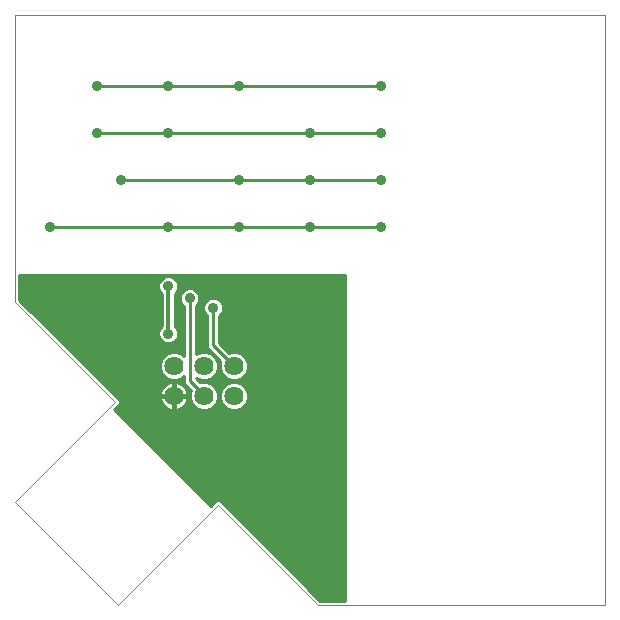
<source format=gbl>
G75*
%MOIN*%
%OFA0B0*%
%FSLAX25Y25*%
%IPPOS*%
%LPD*%
%AMOC8*
5,1,8,0,0,1.08239X$1,22.5*
%
%ADD10C,0.00000*%
%ADD11C,0.06400*%
%ADD12C,0.03562*%
%ADD13C,0.01000*%
%ADD14C,0.06496*%
%ADD15C,0.01200*%
D10*
X0007833Y0042085D02*
X0041297Y0075549D01*
X0007833Y0109014D01*
X0007833Y0204683D01*
X0204683Y0204683D01*
X0204683Y0007833D01*
X0109014Y0007833D01*
X0075549Y0041297D01*
X0042085Y0007833D01*
X0007833Y0042085D01*
D11*
X0060825Y0077636D03*
X0070825Y0077636D03*
X0080825Y0077636D03*
X0080825Y0087636D03*
X0070825Y0087636D03*
X0060825Y0087636D03*
D12*
X0059014Y0098384D03*
X0066101Y0110195D03*
X0073975Y0107046D03*
X0078699Y0114132D03*
X0059014Y0114132D03*
X0059014Y0133817D03*
X0043266Y0149565D03*
X0035392Y0165313D03*
X0035392Y0181061D03*
X0059014Y0181061D03*
X0059014Y0165313D03*
X0082636Y0149565D03*
X0082636Y0133817D03*
X0106258Y0133817D03*
X0106258Y0149565D03*
X0106258Y0165313D03*
X0082636Y0181061D03*
X0129880Y0181061D03*
X0129880Y0165313D03*
X0129880Y0149565D03*
X0129880Y0133817D03*
X0108227Y0086573D03*
X0019644Y0133817D03*
D13*
X0059014Y0133817D01*
X0082636Y0133817D01*
X0106258Y0133817D01*
X0129880Y0133817D01*
X0129880Y0149565D02*
X0106258Y0149565D01*
X0098384Y0149565D01*
X0082636Y0149565D01*
X0043266Y0149565D01*
X0043069Y0149565D01*
X0035392Y0165313D02*
X0059014Y0165313D01*
X0106258Y0165313D01*
X0129880Y0165313D01*
X0129880Y0181061D02*
X0082636Y0181061D01*
X0059014Y0181061D01*
X0035392Y0181061D01*
X0058361Y0117413D02*
X0057155Y0116914D01*
X0056232Y0115991D01*
X0055733Y0114785D01*
X0055733Y0113479D01*
X0056232Y0112274D01*
X0056914Y0111592D01*
X0056914Y0100924D01*
X0056232Y0100243D01*
X0055733Y0099037D01*
X0055733Y0097731D01*
X0056232Y0096526D01*
X0057155Y0095603D01*
X0058361Y0095103D01*
X0059667Y0095103D01*
X0060873Y0095603D01*
X0061796Y0096526D01*
X0062295Y0097731D01*
X0062295Y0099037D01*
X0061796Y0100243D01*
X0061114Y0100924D01*
X0061114Y0111592D01*
X0061796Y0112274D01*
X0062295Y0113479D01*
X0062295Y0114785D01*
X0061796Y0115991D01*
X0060873Y0116914D01*
X0059667Y0117413D01*
X0058361Y0117413D01*
X0056912Y0116671D02*
X0009333Y0116671D01*
X0009333Y0117669D02*
X0118069Y0117669D01*
X0118069Y0118069D02*
X0009333Y0118069D01*
X0009333Y0109635D01*
X0042797Y0076171D01*
X0042797Y0074928D01*
X0041919Y0074049D01*
X0041919Y0074049D01*
X0040980Y0073111D01*
X0073111Y0040980D01*
X0074049Y0041919D01*
X0074049Y0041919D01*
X0074928Y0042797D01*
X0076171Y0042797D01*
X0109635Y0009333D01*
X0118069Y0009333D01*
X0118069Y0118069D01*
X0118069Y0116671D02*
X0061116Y0116671D01*
X0061928Y0115672D02*
X0118069Y0115672D01*
X0118069Y0114674D02*
X0062295Y0114674D01*
X0062295Y0113675D02*
X0118069Y0113675D01*
X0118069Y0112677D02*
X0068259Y0112677D01*
X0067959Y0112977D02*
X0066753Y0113476D01*
X0065448Y0113476D01*
X0064242Y0112977D01*
X0063319Y0112054D01*
X0062820Y0110848D01*
X0062820Y0109542D01*
X0063319Y0108337D01*
X0064101Y0107555D01*
X0064101Y0091007D01*
X0063487Y0091621D01*
X0061760Y0092336D01*
X0059890Y0092336D01*
X0058163Y0091621D01*
X0056841Y0090298D01*
X0056125Y0088571D01*
X0056125Y0086701D01*
X0056841Y0084974D01*
X0058163Y0083652D01*
X0059890Y0082936D01*
X0061760Y0082936D01*
X0063487Y0083652D01*
X0064101Y0084265D01*
X0064101Y0081808D01*
X0065272Y0080636D01*
X0066480Y0079428D01*
X0066125Y0078571D01*
X0066125Y0076701D01*
X0066841Y0074974D01*
X0068163Y0073652D01*
X0069890Y0072936D01*
X0071760Y0072936D01*
X0073487Y0073652D01*
X0074810Y0074974D01*
X0075525Y0076701D01*
X0075525Y0078571D01*
X0074810Y0080298D01*
X0073487Y0081621D01*
X0071760Y0082336D01*
X0069890Y0082336D01*
X0069423Y0082142D01*
X0068101Y0083464D01*
X0068101Y0083714D01*
X0068163Y0083652D01*
X0069890Y0082936D01*
X0071760Y0082936D01*
X0073487Y0083652D01*
X0074810Y0084974D01*
X0075525Y0086701D01*
X0075525Y0088571D01*
X0074810Y0090298D01*
X0073487Y0091621D01*
X0071760Y0092336D01*
X0069890Y0092336D01*
X0068163Y0091621D01*
X0068101Y0091558D01*
X0068101Y0107555D01*
X0068882Y0108337D01*
X0069382Y0109542D01*
X0069382Y0110848D01*
X0068882Y0112054D01*
X0067959Y0112977D01*
X0069038Y0111678D02*
X0118069Y0111678D01*
X0118069Y0110680D02*
X0069382Y0110680D01*
X0069382Y0109681D02*
X0071970Y0109681D01*
X0072116Y0109827D02*
X0071193Y0108904D01*
X0070694Y0107698D01*
X0070694Y0106393D01*
X0071193Y0105187D01*
X0071975Y0104405D01*
X0071975Y0093658D01*
X0076399Y0089233D01*
X0076125Y0088571D01*
X0076125Y0086701D01*
X0076841Y0084974D01*
X0078163Y0083652D01*
X0079890Y0082936D01*
X0081760Y0082936D01*
X0083487Y0083652D01*
X0084810Y0084974D01*
X0085525Y0086701D01*
X0085525Y0088571D01*
X0084810Y0090298D01*
X0083487Y0091621D01*
X0081760Y0092336D01*
X0079890Y0092336D01*
X0079228Y0092062D01*
X0075975Y0095315D01*
X0075975Y0104405D01*
X0076756Y0105187D01*
X0077256Y0106393D01*
X0077256Y0107698D01*
X0076756Y0108904D01*
X0075833Y0109827D01*
X0074627Y0110327D01*
X0073322Y0110327D01*
X0072116Y0109827D01*
X0071101Y0108683D02*
X0069026Y0108683D01*
X0068230Y0107684D02*
X0070694Y0107684D01*
X0070694Y0106686D02*
X0068101Y0106686D01*
X0068101Y0105687D02*
X0070986Y0105687D01*
X0071691Y0104689D02*
X0068101Y0104689D01*
X0068101Y0103690D02*
X0071975Y0103690D01*
X0071975Y0102691D02*
X0068101Y0102691D01*
X0068101Y0101693D02*
X0071975Y0101693D01*
X0071975Y0100694D02*
X0068101Y0100694D01*
X0068101Y0099696D02*
X0071975Y0099696D01*
X0071975Y0098697D02*
X0068101Y0098697D01*
X0068101Y0097699D02*
X0071975Y0097699D01*
X0071975Y0096700D02*
X0068101Y0096700D01*
X0068101Y0095702D02*
X0071975Y0095702D01*
X0071975Y0094703D02*
X0068101Y0094703D01*
X0068101Y0093705D02*
X0071975Y0093705D01*
X0072926Y0092706D02*
X0068101Y0092706D01*
X0068101Y0091708D02*
X0068374Y0091708D01*
X0064101Y0091708D02*
X0063277Y0091708D01*
X0064101Y0092706D02*
X0026262Y0092706D01*
X0027260Y0091708D02*
X0058374Y0091708D01*
X0057252Y0090709D02*
X0028259Y0090709D01*
X0029257Y0089711D02*
X0056597Y0089711D01*
X0056184Y0088712D02*
X0030256Y0088712D01*
X0031254Y0087714D02*
X0056125Y0087714D01*
X0056125Y0086715D02*
X0032253Y0086715D01*
X0033251Y0085717D02*
X0056533Y0085717D01*
X0057096Y0084718D02*
X0034250Y0084718D01*
X0035248Y0083720D02*
X0058095Y0083720D01*
X0059021Y0081992D02*
X0058362Y0081656D01*
X0057763Y0081221D01*
X0057240Y0080698D01*
X0056805Y0080099D01*
X0056469Y0079440D01*
X0056241Y0078737D01*
X0056128Y0078022D01*
X0060439Y0078022D01*
X0060439Y0077250D01*
X0061211Y0077250D01*
X0061211Y0072939D01*
X0061926Y0073052D01*
X0062629Y0073280D01*
X0063288Y0073616D01*
X0063887Y0074051D01*
X0064410Y0074574D01*
X0064845Y0075173D01*
X0065181Y0075832D01*
X0065409Y0076535D01*
X0065523Y0077250D01*
X0061211Y0077250D01*
X0061211Y0078022D01*
X0065523Y0078022D01*
X0065409Y0078737D01*
X0065181Y0079440D01*
X0064845Y0080099D01*
X0064410Y0080698D01*
X0063887Y0081221D01*
X0063288Y0081656D01*
X0062629Y0081992D01*
X0061926Y0082220D01*
X0061211Y0082334D01*
X0061211Y0078022D01*
X0060439Y0078022D01*
X0060439Y0082334D01*
X0059724Y0082220D01*
X0059021Y0081992D01*
X0058493Y0081723D02*
X0037245Y0081723D01*
X0036247Y0082721D02*
X0064101Y0082721D01*
X0064101Y0083720D02*
X0063556Y0083720D01*
X0063157Y0081723D02*
X0064186Y0081723D01*
X0064384Y0080724D02*
X0065184Y0080724D01*
X0065035Y0079726D02*
X0066183Y0079726D01*
X0066190Y0078727D02*
X0065411Y0078727D01*
X0066125Y0077729D02*
X0061211Y0077729D01*
X0060439Y0077729D02*
X0041240Y0077729D01*
X0042238Y0076730D02*
X0056210Y0076730D01*
X0056241Y0076535D02*
X0056469Y0075832D01*
X0056805Y0075173D01*
X0057240Y0074574D01*
X0057763Y0074051D01*
X0058362Y0073616D01*
X0059021Y0073280D01*
X0059724Y0073052D01*
X0060439Y0072939D01*
X0060439Y0077250D01*
X0056128Y0077250D01*
X0056241Y0076535D01*
X0056520Y0075732D02*
X0042797Y0075732D01*
X0042603Y0074733D02*
X0057125Y0074733D01*
X0058199Y0073735D02*
X0041604Y0073735D01*
X0041355Y0072736D02*
X0118069Y0072736D01*
X0118069Y0071738D02*
X0042353Y0071738D01*
X0043352Y0070739D02*
X0118069Y0070739D01*
X0118069Y0069741D02*
X0044350Y0069741D01*
X0045349Y0068742D02*
X0118069Y0068742D01*
X0118069Y0067744D02*
X0046347Y0067744D01*
X0047346Y0066745D02*
X0118069Y0066745D01*
X0118069Y0065747D02*
X0048344Y0065747D01*
X0049343Y0064748D02*
X0118069Y0064748D01*
X0118069Y0063750D02*
X0050341Y0063750D01*
X0051340Y0062751D02*
X0118069Y0062751D01*
X0118069Y0061753D02*
X0052338Y0061753D01*
X0053337Y0060754D02*
X0118069Y0060754D01*
X0118069Y0059756D02*
X0054336Y0059756D01*
X0055334Y0058757D02*
X0118069Y0058757D01*
X0118069Y0057758D02*
X0056333Y0057758D01*
X0057331Y0056760D02*
X0118069Y0056760D01*
X0118069Y0055761D02*
X0058330Y0055761D01*
X0059328Y0054763D02*
X0118069Y0054763D01*
X0118069Y0053764D02*
X0060327Y0053764D01*
X0061325Y0052766D02*
X0118069Y0052766D01*
X0118069Y0051767D02*
X0062324Y0051767D01*
X0063322Y0050769D02*
X0118069Y0050769D01*
X0118069Y0049770D02*
X0064321Y0049770D01*
X0065319Y0048772D02*
X0118069Y0048772D01*
X0118069Y0047773D02*
X0066318Y0047773D01*
X0067316Y0046775D02*
X0118069Y0046775D01*
X0118069Y0045776D02*
X0068315Y0045776D01*
X0069313Y0044778D02*
X0118069Y0044778D01*
X0118069Y0043779D02*
X0070312Y0043779D01*
X0071310Y0042781D02*
X0074911Y0042781D01*
X0076187Y0042781D02*
X0118069Y0042781D01*
X0118069Y0041782D02*
X0077186Y0041782D01*
X0078184Y0040784D02*
X0118069Y0040784D01*
X0118069Y0039785D02*
X0079183Y0039785D01*
X0080181Y0038787D02*
X0118069Y0038787D01*
X0118069Y0037788D02*
X0081180Y0037788D01*
X0082179Y0036790D02*
X0118069Y0036790D01*
X0118069Y0035791D02*
X0083177Y0035791D01*
X0084176Y0034793D02*
X0118069Y0034793D01*
X0118069Y0033794D02*
X0085174Y0033794D01*
X0086173Y0032796D02*
X0118069Y0032796D01*
X0118069Y0031797D02*
X0087171Y0031797D01*
X0088170Y0030799D02*
X0118069Y0030799D01*
X0118069Y0029800D02*
X0089168Y0029800D01*
X0090167Y0028802D02*
X0118069Y0028802D01*
X0118069Y0027803D02*
X0091165Y0027803D01*
X0092164Y0026805D02*
X0118069Y0026805D01*
X0118069Y0025806D02*
X0093162Y0025806D01*
X0094161Y0024808D02*
X0118069Y0024808D01*
X0118069Y0023809D02*
X0095159Y0023809D01*
X0096158Y0022811D02*
X0118069Y0022811D01*
X0118069Y0021812D02*
X0097156Y0021812D01*
X0098155Y0020814D02*
X0118069Y0020814D01*
X0118069Y0019815D02*
X0099153Y0019815D01*
X0100152Y0018817D02*
X0118069Y0018817D01*
X0118069Y0017818D02*
X0101150Y0017818D01*
X0102149Y0016820D02*
X0118069Y0016820D01*
X0118069Y0015821D02*
X0103147Y0015821D01*
X0104146Y0014823D02*
X0118069Y0014823D01*
X0118069Y0013824D02*
X0105144Y0013824D01*
X0106143Y0012825D02*
X0118069Y0012825D01*
X0118069Y0011827D02*
X0107141Y0011827D01*
X0108140Y0010828D02*
X0118069Y0010828D01*
X0118069Y0009830D02*
X0109138Y0009830D01*
X0073913Y0041782D02*
X0072309Y0041782D01*
X0073570Y0073735D02*
X0078080Y0073735D01*
X0078163Y0073652D02*
X0076841Y0074974D01*
X0076125Y0076701D01*
X0076125Y0078571D01*
X0076841Y0080298D01*
X0078163Y0081621D01*
X0079890Y0082336D01*
X0081760Y0082336D01*
X0083487Y0081621D01*
X0084810Y0080298D01*
X0085525Y0078571D01*
X0085525Y0076701D01*
X0084810Y0074974D01*
X0083487Y0073652D01*
X0081760Y0072936D01*
X0079890Y0072936D01*
X0078163Y0073652D01*
X0077081Y0074733D02*
X0074569Y0074733D01*
X0075123Y0075732D02*
X0076527Y0075732D01*
X0076125Y0076730D02*
X0075525Y0076730D01*
X0075525Y0077729D02*
X0076125Y0077729D01*
X0076190Y0078727D02*
X0075460Y0078727D01*
X0075047Y0079726D02*
X0076603Y0079726D01*
X0077266Y0080724D02*
X0074384Y0080724D01*
X0073241Y0081723D02*
X0078410Y0081723D01*
X0078095Y0083720D02*
X0073556Y0083720D01*
X0074554Y0084718D02*
X0077096Y0084718D01*
X0076533Y0085717D02*
X0075117Y0085717D01*
X0075525Y0086715D02*
X0076125Y0086715D01*
X0076125Y0087714D02*
X0075525Y0087714D01*
X0075466Y0088712D02*
X0076184Y0088712D01*
X0075922Y0089711D02*
X0075053Y0089711D01*
X0074923Y0090709D02*
X0074399Y0090709D01*
X0073925Y0091708D02*
X0073277Y0091708D01*
X0073975Y0094486D02*
X0080825Y0087636D01*
X0085525Y0087714D02*
X0118069Y0087714D01*
X0118069Y0088712D02*
X0085466Y0088712D01*
X0085053Y0089711D02*
X0118069Y0089711D01*
X0118069Y0090709D02*
X0084399Y0090709D01*
X0083277Y0091708D02*
X0118069Y0091708D01*
X0118069Y0092706D02*
X0078583Y0092706D01*
X0077585Y0093705D02*
X0118069Y0093705D01*
X0118069Y0094703D02*
X0076586Y0094703D01*
X0075975Y0095702D02*
X0118069Y0095702D01*
X0118069Y0096700D02*
X0075975Y0096700D01*
X0075975Y0097699D02*
X0118069Y0097699D01*
X0118069Y0098697D02*
X0075975Y0098697D01*
X0075975Y0099696D02*
X0118069Y0099696D01*
X0118069Y0100694D02*
X0075975Y0100694D01*
X0075975Y0101693D02*
X0118069Y0101693D01*
X0118069Y0102691D02*
X0075975Y0102691D01*
X0075975Y0103690D02*
X0118069Y0103690D01*
X0118069Y0104689D02*
X0076258Y0104689D01*
X0076963Y0105687D02*
X0118069Y0105687D01*
X0118069Y0106686D02*
X0077256Y0106686D01*
X0077256Y0107684D02*
X0118069Y0107684D01*
X0118069Y0108683D02*
X0076848Y0108683D01*
X0075979Y0109681D02*
X0118069Y0109681D01*
X0118069Y0086715D02*
X0085525Y0086715D01*
X0085117Y0085717D02*
X0118069Y0085717D01*
X0118069Y0084718D02*
X0084554Y0084718D01*
X0083556Y0083720D02*
X0118069Y0083720D01*
X0118069Y0082721D02*
X0068844Y0082721D01*
X0066101Y0082636D02*
X0066101Y0110195D01*
X0063942Y0112677D02*
X0061963Y0112677D01*
X0061200Y0111678D02*
X0063163Y0111678D01*
X0062820Y0110680D02*
X0061114Y0110680D01*
X0061114Y0109681D02*
X0062820Y0109681D01*
X0063176Y0108683D02*
X0061114Y0108683D01*
X0061114Y0107684D02*
X0063972Y0107684D01*
X0064101Y0106686D02*
X0061114Y0106686D01*
X0061114Y0105687D02*
X0064101Y0105687D01*
X0064101Y0104689D02*
X0061114Y0104689D01*
X0061114Y0103690D02*
X0064101Y0103690D01*
X0064101Y0102691D02*
X0061114Y0102691D01*
X0061114Y0101693D02*
X0064101Y0101693D01*
X0064101Y0100694D02*
X0061344Y0100694D01*
X0062022Y0099696D02*
X0064101Y0099696D01*
X0064101Y0098697D02*
X0062295Y0098697D01*
X0062282Y0097699D02*
X0064101Y0097699D01*
X0064101Y0096700D02*
X0061868Y0096700D01*
X0060972Y0095702D02*
X0064101Y0095702D01*
X0064101Y0094703D02*
X0024265Y0094703D01*
X0025263Y0093705D02*
X0064101Y0093705D01*
X0057056Y0095702D02*
X0023266Y0095702D01*
X0022268Y0096700D02*
X0056160Y0096700D01*
X0055746Y0097699D02*
X0021269Y0097699D01*
X0020271Y0098697D02*
X0055733Y0098697D01*
X0056006Y0099696D02*
X0019272Y0099696D01*
X0018274Y0100694D02*
X0056684Y0100694D01*
X0056914Y0101693D02*
X0017275Y0101693D01*
X0016277Y0102691D02*
X0056914Y0102691D01*
X0056914Y0103690D02*
X0015278Y0103690D01*
X0014280Y0104689D02*
X0056914Y0104689D01*
X0056914Y0105687D02*
X0013281Y0105687D01*
X0012283Y0106686D02*
X0056914Y0106686D01*
X0056914Y0107684D02*
X0011284Y0107684D01*
X0010286Y0108683D02*
X0056914Y0108683D01*
X0056914Y0109681D02*
X0009333Y0109681D01*
X0009333Y0110680D02*
X0056914Y0110680D01*
X0056828Y0111678D02*
X0009333Y0111678D01*
X0009333Y0112677D02*
X0056065Y0112677D01*
X0055733Y0113675D02*
X0009333Y0113675D01*
X0009333Y0114674D02*
X0055733Y0114674D01*
X0056100Y0115672D02*
X0009333Y0115672D01*
X0038244Y0080724D02*
X0057266Y0080724D01*
X0056615Y0079726D02*
X0039243Y0079726D01*
X0040241Y0078727D02*
X0056239Y0078727D01*
X0060439Y0078727D02*
X0061211Y0078727D01*
X0061211Y0079726D02*
X0060439Y0079726D01*
X0060439Y0080724D02*
X0061211Y0080724D01*
X0061211Y0081723D02*
X0060439Y0081723D01*
X0060439Y0076730D02*
X0061211Y0076730D01*
X0061211Y0075732D02*
X0060439Y0075732D01*
X0060439Y0074733D02*
X0061211Y0074733D01*
X0061211Y0073735D02*
X0060439Y0073735D01*
X0063451Y0073735D02*
X0068080Y0073735D01*
X0067081Y0074733D02*
X0064525Y0074733D01*
X0065130Y0075732D02*
X0066527Y0075732D01*
X0066125Y0076730D02*
X0065440Y0076730D01*
X0070825Y0077636D02*
X0070825Y0077912D01*
X0066101Y0082636D01*
X0073975Y0094486D02*
X0073975Y0107046D01*
X0083241Y0081723D02*
X0118069Y0081723D01*
X0118069Y0080724D02*
X0084384Y0080724D01*
X0085047Y0079726D02*
X0118069Y0079726D01*
X0118069Y0078727D02*
X0085460Y0078727D01*
X0085525Y0077729D02*
X0118069Y0077729D01*
X0118069Y0076730D02*
X0085525Y0076730D01*
X0085123Y0075732D02*
X0118069Y0075732D01*
X0118069Y0074733D02*
X0084569Y0074733D01*
X0083570Y0073735D02*
X0118069Y0073735D01*
D14*
X0051140Y0070825D03*
D15*
X0059014Y0098384D02*
X0059014Y0114132D01*
M02*

</source>
